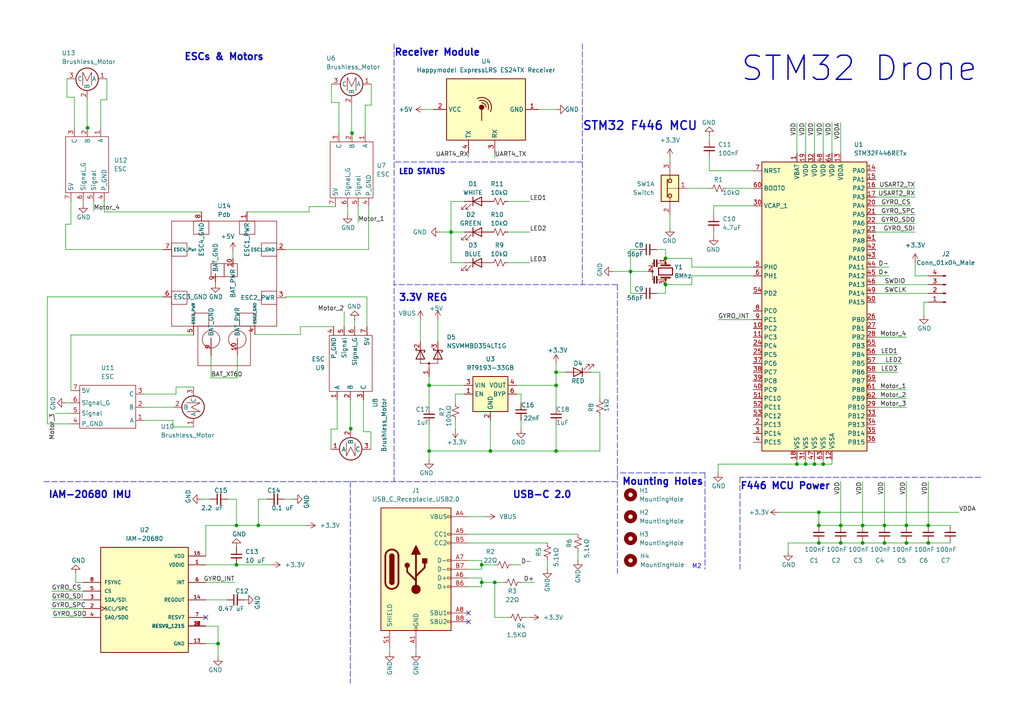
<source format=kicad_sch>
(kicad_sch (version 20211123) (generator eeschema)
  (paper "A4")
  (lib_symbols
    (symbol "Analog_Switch:DG309xJ" (pin_names (offset 0.254))
      (property "Reference" "U" (at -3.175 5.334 0))
      (property "Value" "DG309xJ" (at -3.175 3.556 0))
      (symbol "DG309xJ_1_1"
        (pin input line (at 0 -5.08 90) (length 2.54) (name "~") (number "1"))
        (pin passive line (at -7.62 0 0) (length 2.54) (name "~") (number "2"))
        (pin passive line (at 7.62 0 180) (length 2.54) (name "~") (number "3"))
      )
      (symbol "DG309xJ_2_1"
        (pin passive line (at -7.62 0 0) (length 2.54) (name "~") (number "6"))
        (pin passive line (at 7.62 0 180) (length 2.54) (name "~") (number "7"))
        (pin input line (at 0 -5.08 90) (length 2.54) (name "~") (number "8"))
      )
      (symbol "DG309xJ_3_1"
        (pin passive line (at -7.62 0 0) (length 2.54) (name "~") (number "10"))
        (pin passive line (at 7.62 0 180) (length 2.54) (name "~") (number "11"))
        (pin input line (at 0 -5.08 90) (length 2.54) (name "~") (number "9"))
      )
      (symbol "DG309xJ_4_1"
        (pin passive line (at 7.62 0 180) (length 2.54) (name "~") (number "14"))
        (pin passive line (at -7.62 0 0) (length 2.54) (name "~") (number "15"))
        (pin input line (at 0 -5.08 90) (length 2.54) (name "~") (number "16"))
      )
      (symbol "DG309xJ_5_0"
        (pin no_connect line (at 2.54 10.16 270) (length 2.54) hide (name "NC") (number "12"))
        (pin power_in line (at 0 12.7 270) (length 2.54) (name "V+") (number "13"))
        (pin power_in line (at 2.54 -12.7 90) (length 2.54) (name "V-") (number "4"))
        (pin power_in line (at 0 -12.7 90) (length 2.54) (name "GND") (number "5"))
      )
    )
    (symbol "Connector:Conn_01x04_Male" (pin_names (offset 1.016) hide)
      (property "Reference" "J" (at 0 5.08 0))
      (property "Value" "Conn_01x04_Male" (at 0 -7.62 0))
      (symbol "Conn_01x04_Male_1_1"
        (pin passive line (at 5.08 2.54 180) (length 3.81) (name "Pin_1") (number "1"))
        (pin passive line (at 5.08 0 180) (length 3.81) (name "Pin_2") (number "2"))
        (pin passive line (at 5.08 -2.54 180) (length 3.81) (name "Pin_3") (number "3"))
        (pin passive line (at 5.08 -5.08 180) (length 3.81) (name "Pin_4") (number "4"))
      )
    )
    (symbol "Connector:USB_C_Receptacle_USB2.0" (pin_names (offset 1.016))
      (property "Reference" "J" (at -10.16 19.05 0))
      (property "Value" "USB_C_Receptacle_USB2.0" (at 19.05 19.05 0))
      (symbol "USB_C_Receptacle_USB2.0_1_1"
        (pin passive line (at 0 -22.86 90) (length 5.08) (name "GND") (number "A1"))
        (pin passive line (at 0 -22.86 90) (length 5.08) hide (name "GND") (number "A12"))
        (pin passive line (at 15.24 15.24 180) (length 5.08) (name "VBUS") (number "A4"))
        (pin bidirectional line (at 15.24 10.16 180) (length 5.08) (name "CC1") (number "A5"))
        (pin bidirectional line (at 15.24 -2.54 180) (length 5.08) (name "D+") (number "A6"))
        (pin bidirectional line (at 15.24 2.54 180) (length 5.08) (name "D-") (number "A7"))
        (pin bidirectional line (at 15.24 -12.7 180) (length 5.08) (name "SBU1") (number "A8"))
        (pin passive line (at 15.24 15.24 180) (length 5.08) hide (name "VBUS") (number "A9"))
        (pin passive line (at 0 -22.86 90) (length 5.08) hide (name "GND") (number "B1"))
        (pin passive line (at 0 -22.86 90) (length 5.08) hide (name "GND") (number "B12"))
        (pin passive line (at 15.24 15.24 180) (length 5.08) hide (name "VBUS") (number "B4"))
        (pin bidirectional line (at 15.24 7.62 180) (length 5.08) (name "CC2") (number "B5"))
        (pin bidirectional line (at 15.24 -5.08 180) (length 5.08) (name "D+") (number "B6"))
        (pin bidirectional line (at 15.24 0 180) (length 5.08) (name "D-") (number "B7"))
        (pin bidirectional line (at 15.24 -15.24 180) (length 5.08) (name "SBU2") (number "B8"))
        (pin passive line (at 15.24 15.24 180) (length 5.08) hide (name "VBUS") (number "B9"))
        (pin passive line (at -7.62 -22.86 90) (length 5.08) (name "SHIELD") (number "S1"))
      )
    )
    (symbol "Device:C_Small" (pin_numbers hide) (pin_names (offset 0.254) hide)
      (property "Reference" "C" (at 0.254 1.778 0))
      (property "Value" "C_Small" (at 0.254 -2.032 0))
      (symbol "C_Small_1_1"
        (pin passive line (at 0 2.54 270) (length 2.032) (name "~") (number "1"))
        (pin passive line (at 0 -2.54 90) (length 2.032) (name "~") (number "2"))
      )
    )
    (symbol "Device:D_Schottky_Dual_CommonAnode_AKK_Parallel" (pin_names (offset 0.762) hide)
      (property "Reference" "D" (at 0 5.08 0))
      (property "Value" "D_Schottky_Dual_CommonAnode_AKK_Parallel" (at 0 -5.08 0))
      (symbol "D_Schottky_Dual_CommonAnode_AKK_Parallel_0_1"
        (pin passive line (at -5.08 0 0) (length 2.54) (name "A") (number "1"))
        (pin passive line (at 5.08 2.54 180) (length 2.54) (name "K") (number "2"))
        (pin passive line (at 5.08 -2.54 180) (length 2.54) (name "K") (number "3"))
      )
    )
    (symbol "Device:LED" (pin_numbers hide) (pin_names (offset 1.016) hide)
      (property "Reference" "D" (at 0 2.54 0))
      (property "Value" "LED" (at 0 -2.54 0))
      (symbol "LED_1_1"
        (pin passive line (at -3.81 0 0) (length 2.54) (name "K") (number "1"))
        (pin passive line (at 3.81 0 180) (length 2.54) (name "A") (number "2"))
      )
    )
    (symbol "Device:R_Small_US" (pin_numbers hide) (pin_names (offset 0.254) hide)
      (property "Reference" "R" (at 0.762 0.508 0))
      (property "Value" "R_Small_US" (at 0.762 -1.016 0))
      (symbol "R_Small_US_1_1"
        (pin passive line (at 0 2.54 270) (length 1.016) (name "~") (number "1"))
        (pin passive line (at 0 -2.54 90) (length 1.016) (name "~") (number "2"))
      )
    )
    (symbol "Device:Resonator" (pin_names (offset 1.016) hide)
      (property "Reference" "Y" (at 0 5.715 0))
      (property "Value" "Resonator" (at 0 3.81 0))
      (symbol "Resonator_1_1"
        (pin passive line (at -3.81 0 0) (length 1.27) (name "1") (number "1"))
        (pin passive line (at 0 -5.08 90) (length 1.27) (name "2") (number "2"))
        (pin passive line (at 3.81 0 180) (length 1.27) (name "3") (number "3"))
      )
    )
    (symbol "IAM-20680 V2:IAM-20680" (pin_names (offset 1.016))
      (property "Reference" "U" (at -12.7254 15.9258 0))
      (property "Value" "IAM-20680" (at -12.7508 -17.8308 0))
      (symbol "IAM-20680_0_0"
        (pin power_in line (at 17.78 10.16 180) (length 5.08) (name "VDDIO") (number "1"))
        (pin passive line (at 17.78 -7.62 180) (length 5.08) (name "RESV9_1215") (number "10"))
        (pin passive line (at 17.78 -7.62 180) (length 5.08) (name "RESV9_1215") (number "11"))
        (pin passive line (at 17.78 -7.62 180) (length 5.08) (name "RESV9_1215") (number "12"))
        (pin power_in line (at 17.78 -12.7 180) (length 5.08) (name "GND") (number "13"))
        (pin passive line (at 17.78 0 180) (length 5.08) (name "REGOUT") (number "14"))
        (pin passive line (at 17.78 -7.62 180) (length 5.08) (name "RESV9_1215") (number "15"))
        (pin power_in line (at 17.78 12.7 180) (length 5.08) (name "VDD") (number "16"))
        (pin bidirectional clock (at -17.78 -2.54 0) (length 5.08) (name "SCL/SPC") (number "2"))
        (pin input line (at -17.78 0 0) (length 5.08) (name "SDA/SDI") (number "3"))
        (pin output line (at -17.78 -5.08 0) (length 5.08) (name "SA0/SDO") (number "4"))
        (pin input line (at -17.78 2.54 0) (length 5.08) (name "CS") (number "5"))
        (pin output line (at 17.78 5.08 180) (length 5.08) (name "INT") (number "6"))
        (pin passive line (at 17.78 -5.08 180) (length 5.08) (name "RESV7") (number "7"))
        (pin input line (at -17.78 5.08 0) (length 5.08) (name "FSYNC") (number "8"))
        (pin passive line (at 17.78 -7.62 180) (length 5.08) (name "RESV9_1215") (number "9"))
      )
    )
    (symbol "MCU_ST_STM32F4:STM32F446RETx"
      (property "Reference" "U" (at -15.24 41.91 0))
      (property "Value" "STM32F446RETx" (at 10.16 41.91 0))
      (symbol "STM32F446RETx_1_1"
        (pin power_in line (at -5.08 43.18 270) (length 2.54) (name "VBAT") (number "1"))
        (pin bidirectional line (at -17.78 -7.62 0) (length 2.54) (name "PC2") (number "10"))
        (pin bidirectional line (at -17.78 -10.16 0) (length 2.54) (name "PC3") (number "11"))
        (pin power_in line (at 5.08 -45.72 90) (length 2.54) (name "VSSA") (number "12"))
        (pin power_in line (at 7.62 43.18 270) (length 2.54) (name "VDDA") (number "13"))
        (pin bidirectional line (at 17.78 38.1 180) (length 2.54) (name "PA0") (number "14"))
        (pin bidirectional line (at 17.78 35.56 180) (length 2.54) (name "PA1") (number "15"))
        (pin bidirectional line (at 17.78 33.02 180) (length 2.54) (name "PA2") (number "16"))
        (pin bidirectional line (at 17.78 30.48 180) (length 2.54) (name "PA3") (number "17"))
        (pin power_in line (at -5.08 -45.72 90) (length 2.54) (name "VSS") (number "18"))
        (pin power_in line (at -2.54 43.18 270) (length 2.54) (name "VDD") (number "19"))
        (pin bidirectional line (at -17.78 -35.56 0) (length 2.54) (name "PC13") (number "2"))
        (pin bidirectional line (at 17.78 27.94 180) (length 2.54) (name "PA4") (number "20"))
        (pin bidirectional line (at 17.78 25.4 180) (length 2.54) (name "PA5") (number "21"))
        (pin bidirectional line (at 17.78 22.86 180) (length 2.54) (name "PA6") (number "22"))
        (pin bidirectional line (at 17.78 20.32 180) (length 2.54) (name "PA7") (number "23"))
        (pin bidirectional line (at -17.78 -12.7 0) (length 2.54) (name "PC4") (number "24"))
        (pin bidirectional line (at -17.78 -15.24 0) (length 2.54) (name "PC5") (number "25"))
        (pin bidirectional line (at 17.78 -5.08 180) (length 2.54) (name "PB0") (number "26"))
        (pin bidirectional line (at 17.78 -7.62 180) (length 2.54) (name "PB1") (number "27"))
        (pin bidirectional line (at 17.78 -10.16 180) (length 2.54) (name "PB2") (number "28"))
        (pin bidirectional line (at 17.78 -30.48 180) (length 2.54) (name "PB10") (number "29"))
        (pin bidirectional line (at -17.78 -38.1 0) (length 2.54) (name "PC14") (number "3"))
        (pin power_in line (at -17.78 27.94 0) (length 2.54) (name "VCAP_1") (number "30"))
        (pin power_in line (at -2.54 -45.72 90) (length 2.54) (name "VSS") (number "31"))
        (pin power_in line (at 0 43.18 270) (length 2.54) (name "VDD") (number "32"))
        (pin bidirectional line (at 17.78 -33.02 180) (length 2.54) (name "PB12") (number "33"))
        (pin bidirectional line (at 17.78 -35.56 180) (length 2.54) (name "PB13") (number "34"))
        (pin bidirectional line (at 17.78 -38.1 180) (length 2.54) (name "PB14") (number "35"))
        (pin bidirectional line (at 17.78 -40.64 180) (length 2.54) (name "PB15") (number "36"))
        (pin bidirectional line (at -17.78 -17.78 0) (length 2.54) (name "PC6") (number "37"))
        (pin bidirectional line (at -17.78 -20.32 0) (length 2.54) (name "PC7") (number "38"))
        (pin bidirectional line (at -17.78 -22.86 0) (length 2.54) (name "PC8") (number "39"))
        (pin bidirectional line (at -17.78 -40.64 0) (length 2.54) (name "PC15") (number "4"))
        (pin bidirectional line (at -17.78 -25.4 0) (length 2.54) (name "PC9") (number "40"))
        (pin bidirectional line (at 17.78 17.78 180) (length 2.54) (name "PA8") (number "41"))
        (pin bidirectional line (at 17.78 15.24 180) (length 2.54) (name "PA9") (number "42"))
        (pin bidirectional line (at 17.78 12.7 180) (length 2.54) (name "PA10") (number "43"))
        (pin bidirectional line (at 17.78 10.16 180) (length 2.54) (name "PA11") (number "44"))
        (pin bidirectional line (at 17.78 7.62 180) (length 2.54) (name "PA12") (number "45"))
        (pin bidirectional line (at 17.78 5.08 180) (length 2.54) (name "PA13") (number "46"))
        (pin power_in line (at 0 -45.72 90) (length 2.54) (name "VSS") (number "47"))
        (pin power_in line (at 2.54 43.18 270) (length 2.54) (name "VDD") (number "48"))
        (pin bidirectional line (at 17.78 2.54 180) (length 2.54) (name "PA14") (number "49"))
        (pin input line (at -17.78 10.16 0) (length 2.54) (name "PH0") (number "5"))
        (pin bidirectional line (at 17.78 0 180) (length 2.54) (name "PA15") (number "50"))
        (pin bidirectional line (at -17.78 -27.94 0) (length 2.54) (name "PC10") (number "51"))
        (pin bidirectional line (at -17.78 -30.48 0) (length 2.54) (name "PC11") (number "52"))
        (pin bidirectional line (at -17.78 -33.02 0) (length 2.54) (name "PC12") (number "53"))
        (pin bidirectional line (at -17.78 2.54 0) (length 2.54) (name "PD2") (number "54"))
        (pin bidirectional line (at 17.78 -12.7 180) (length 2.54) (name "PB3") (number "55"))
        (pin bidirectional line (at 17.78 -15.24 180) (length 2.54) (name "PB4") (number "56"))
        (pin bidirectional line (at 17.78 -17.78 180) (length 2.54) (name "PB5") (number "57"))
        (pin bidirectional line (at 17.78 -20.32 180) (length 2.54) (name "PB6") (number "58"))
        (pin bidirectional line (at 17.78 -22.86 180) (length 2.54) (name "PB7") (number "59"))
        (pin input line (at -17.78 7.62 0) (length 2.54) (name "PH1") (number "6"))
        (pin input line (at -17.78 33.02 0) (length 2.54) (name "BOOT0") (number "60"))
        (pin bidirectional line (at 17.78 -25.4 180) (length 2.54) (name "PB8") (number "61"))
        (pin bidirectional line (at 17.78 -27.94 180) (length 2.54) (name "PB9") (number "62"))
        (pin power_in line (at 2.54 -45.72 90) (length 2.54) (name "VSS") (number "63"))
        (pin power_in line (at 5.08 43.18 270) (length 2.54) (name "VDD") (number "64"))
        (pin input line (at -17.78 38.1 0) (length 2.54) (name "NRST") (number "7"))
        (pin bidirectional line (at -17.78 -2.54 0) (length 2.54) (name "PC0") (number "8"))
        (pin bidirectional line (at -17.78 -5.08 0) (length 2.54) (name "PC1") (number "9"))
      )
    )
    (symbol "Mechanical:MountingHole" (pin_names (offset 1.016))
      (property "Reference" "H" (at 0 5.08 0))
      (property "Value" "MountingHole" (at 0 3.175 0))
    )
    (symbol "Motor:Brushless_Motor"
      (property "Reference" "U" (at 0 1.27 0))
      (property "Value" "Brushless_Motor" (at 0 0 0))
      (symbol "Brushless_Motor_1_1"
        (pin output line (at 5.715 -4.445 180) (length 2.54) (name "A") (number "1"))
        (pin output line (at 0 -10.414 90) (length 2.54) (name "B") (number "2"))
        (pin output line (at -5.842 -4.445 0) (length 2.54) (name "C") (number "3"))
      )
    )
    (symbol "Motor:ESC"
      (property "Reference" "U" (at 0 1.524 0))
      (property "Value" "ESC" (at 0 0 0))
      (symbol "ESC_1_1"
        (pin input line (at -10.16 -3.556 0) (length 2.54) (name "A") (number "1"))
        (pin input line (at -10.16 -7.366 0) (length 2.54) (name "B") (number "2"))
        (pin input line (at -10.16 -11.176 0) (length 2.54) (name "C") (number "3"))
        (pin output line (at 11.176 -2.54 180) (length 2.54) (name "P_GND") (number "4"))
        (pin output line (at 11.176 -5.588 180) (length 2.54) (name "Signal") (number "5"))
        (pin output line (at 11.176 -8.636 180) (length 2.54) (name "Signal_G") (number "6"))
        (pin output line (at 11.176 -12.192 180) (length 2.54) (name "5V") (number "7"))
      )
    )
    (symbol "Motor:Pdb"
      (property "Reference" "U" (at 0 1.778 0))
      (property "Value" "Pdb" (at 0 0 0))
      (symbol "Pdb_1_1"
        (pin input line (at 6.604 0.762 270) (length 2.54) (name "ESC1_PWR") (number "1"))
        (pin input line (at 2.54 -12.7 270) (length 2.54) (name "BAT_PWR") (number "10"))
        (pin input line (at 3.81 -40.894 90) (length 5.08) (name "BAT_PWR") (number "10"))
        (pin input line (at 17.78 -10.16 180) (length 2.54) (name "ESC1_GND") (number "2"))
        (pin input line (at 17.78 -24.13 180) (length 2.54) (name "ESC2_PWR") (number "3"))
        (pin input line (at 8.89 -34.798 90) (length 2.54) (name "ESC2_GND") (number "4"))
        (pin input line (at -8.89 -34.925 90) (length 2.54) (name "ESC3_PWR") (number "5"))
        (pin input line (at -17.78 -23.876 0) (length 2.54) (name "ESC3_GND") (number "6"))
        (pin input line (at -17.78 -10.16 0) (length 2.54) (name "ESC4_Pwr") (number "7"))
        (pin input line (at -6.604 0.762 270) (length 2.54) (name "ESC4_GND") (number "8"))
        (pin input line (at -3.81 -40.894 90) (length 5.08) (name "BAT_GND") (number "9"))
        (pin input line (at -2.54 -19.685 90) (length 2.54) (name "BAT_GND") (number "9"))
      )
    )
    (symbol "RF:Receiver"
      (property "Reference" "U" (at 0 1.27 0))
      (property "Value" "Receiver" (at 0 0 0))
      (symbol "Receiver_1_1"
        (pin power_in line (at 0 -31.75 90) (length 3.81) (name "GND") (number "1"))
        (pin power_in line (at 0 -1.27 270) (length 3.81) (name "VCC") (number "2"))
        (pin input line (at -12.7 -19.05 0) (length 3.81) (name "RX") (number "3"))
        (pin input line (at -12.7 -11.43 0) (length 3.81) (name "TX") (number "4"))
      )
    )
    (symbol "Regulator_Linear:MIC5353-3.3YMT"
      (property "Reference" "U" (at -3.81 6.35 0))
      (property "Value" "MIC5353-3.3YMT" (at 8.89 6.35 0))
      (symbol "MIC5353-3.3YMT_0_1"
        (pin input line (at -7.62 0 0) (length 2.54) (name "EN") (number "1"))
        (pin power_in line (at 0 -7.62 90) (length 2.54) (name "GND") (number "2"))
        (pin power_in line (at -7.62 2.54 0) (length 2.54) (name "VIN") (number "3"))
        (pin power_out line (at 7.62 2.54 180) (length 2.54) (name "VOUT") (number "4"))
        (pin no_connect line (at 5.08 -2.54 180) (length 2.54) hide (name "NC") (number "5"))
        (pin passive line (at 7.62 0 180) (length 2.54) (name "BYP") (number "6"))
        (pin passive line (at 0 -7.62 90) (length 2.54) hide (name "GND") (number "7"))
      )
    )
    (symbol "power:+3.3V" (power) (pin_names (offset 0))
      (property "Value" "+3.3V" (at 0 3.556 0))
      (symbol "+3.3V_1_1"
        (pin power_in line (at 0 0 90) (length 0) hide (name "+3.3V") (number "1"))
      )
    )
    (symbol "power:+5V" (power) (pin_names (offset 0))
      (property "Value" "+5V" (at 0 3.556 0))
      (symbol "+5V_1_1"
        (pin power_in line (at 0 0 90) (length 0) hide (name "+5V") (number "1"))
      )
    )
    (symbol "power:GND" (power) (pin_names (offset 0))
      (property "Value" "GND" (at 0 -3.81 0))
      (symbol "GND_1_1"
        (pin power_in line (at 0 0 270) (length 0) hide (name "GND") (number "1"))
      )
    )
    (symbol "power:VBUS" (power) (pin_names (offset 0))
      (property "Value" "VBUS" (at 0 3.81 0))
      (symbol "VBUS_1_1"
        (pin power_in line (at 0 0 90) (length 0) hide (name "VBUS") (number "1"))
      )
    )
  )
  (junction (at 262.89 152.4))
  (junction (at 68.58 152.4))
  (junction (at 25.4 37.084))
  (junction (at 256.54 157.48))
  (junction (at 236.22 134.62))
  (junction (at 256.54 152.4))
  (junction (at 237.49 157.48))
  (junction (at 124.46 111.76))
  (junction (at 243.84 152.4))
  (junction (at 238.76 134.62))
  (junction (at 231.14 134.62))
  (junction (at 142.24 130.81))
  (junction (at 139.7 163.83))
  (junction (at 250.19 152.4))
  (junction (at 139.7 168.91))
  (junction (at 193.04 82.55))
  (junction (at 161.29 130.81))
  (junction (at 101.727 124.333))
  (junction (at 182.88 78.74))
  (junction (at 143.51 168.91))
  (junction (at 243.84 157.48))
  (junction (at 250.19 157.48))
  (junction (at 161.29 107.95))
  (junction (at 262.89 157.48))
  (junction (at 233.68 134.62))
  (junction (at 237.49 148.59))
  (junction (at 193.04 74.93))
  (junction (at 161.29 111.76))
  (junction (at 102.108 38.608))
  (junction (at 124.46 130.81))
  (junction (at 63.246 186.69))
  (junction (at 237.49 152.4))
  (junction (at 68.58 163.83))
  (junction (at 269.24 157.48))
  (junction (at 269.24 152.4))
  (junction (at 130.81 67.31))
  (junction (at 74.93 152.4))
  (no_connect (at 59.69 179.07))
  (no_connect (at 135.89 177.8))
  (no_connect (at 135.89 180.34))
  (wire (pts (xy 19.05 72.39) (xy 47.244 72.39)))
  (wire (pts (xy 127.635 67.31) (xy 130.81 67.31)))
  (wire (pts (xy 265.43 64.77) (xy 254 64.77)))
  (wire (pts (xy 14.986 171.45) (xy 24.13 171.45)))
  (wire (pts (xy 41.91 114.3) (xy 51.054 114.3)))
  (wire (pts (xy 185.42 72.39) (xy 182.88 72.39)))
  (wire (pts (xy 50.165 118.11) (xy 41.91 118.11)))
  (wire (pts (xy 200.66 80.01) (xy 218.44 80.01)))
  (wire (pts (xy 89.662 59.944) (xy 97.282 59.944)))
  (wire (pts (xy 208.28 134.62) (xy 231.14 134.62)))
  (wire (pts (xy 182.88 85.09) (xy 182.88 78.74)))
  (wire (pts (xy 237.49 157.48) (xy 228.6 157.48)))
  (wire (pts (xy 243.84 139.7) (xy 243.84 152.4)))
  (wire (pts (xy 68.072 168.91) (xy 59.69 168.91)))
  (wire (pts (xy 250.19 152.4) (xy 256.54 152.4)))
  (wire (pts (xy 269.24 152.4) (xy 275.59 152.4)))
  (wire (pts (xy 241.3 134.62) (xy 241.3 133.35)))
  (wire (pts (xy 77.47 144.78) (xy 74.93 144.78)))
  (wire (pts (xy 89.662 61.468) (xy 71.628 61.468)))
  (wire (pts (xy 59.69 161.29) (xy 59.69 152.4)))
  (wire (pts (xy 177.8 78.74) (xy 182.88 78.74)))
  (wire (pts (xy 51.054 114.3) (xy 51.054 112.268)))
  (wire (pts (xy 82.804 86.36) (xy 82.804 86.106)))
  (wire (pts (xy 142.24 121.92) (xy 142.24 130.81)))
  (wire (pts (xy 30.988 28.956) (xy 30.988 22.86)))
  (wire (pts (xy 200.66 77.47) (xy 218.44 77.47)))
  (wire (pts (xy 265.43 67.31) (xy 254 67.31)))
  (wire (pts (xy 68.58 152.4) (xy 74.93 152.4)))
  (wire (pts (xy 68.834 103.124) (xy 68.834 109.601)))
  (wire (pts (xy 233.68 134.62) (xy 233.68 133.35)))
  (wire (pts (xy 66.04 144.78) (xy 68.58 144.78)))
  (wire (pts (xy 21.59 28.194) (xy 19.431 28.194)))
  (wire (pts (xy 182.88 78.74) (xy 187.96 78.74)))
  (wire (pts (xy 59.69 181.61) (xy 63.246 181.61)))
  (wire (pts (xy 193.04 82.55) (xy 193.04 85.09)))
  (wire (pts (xy 107.696 30.48) (xy 107.696 24.384)))
  (wire (pts (xy 161.29 123.19) (xy 161.29 130.81)))
  (polyline (pts (xy 101.6 139.7) (xy 101.6 198.12)))
  (wire (pts (xy 267.97 87.63) (xy 267.97 91.44)))
  (wire (pts (xy 15.24 179.07) (xy 24.13 179.07)))
  (wire (pts (xy 13.716 86.106) (xy 47.244 86.106)))
  (wire (pts (xy 254 82.55) (xy 269.24 82.55)))
  (wire (pts (xy 134.62 76.2) (xy 130.81 76.2)))
  (wire (pts (xy 199.39 54.61) (xy 205.74 54.61)))
  (wire (pts (xy 193.04 74.93) (xy 193.04 72.39)))
  (polyline (pts (xy 179.07 82.55) (xy 179.07 166.37)))
  (wire (pts (xy 124.46 109.22) (xy 124.46 111.76)))
  (wire (pts (xy 147.32 76.2) (xy 153.67 76.2)))
  (wire (pts (xy 151.13 121.92) (xy 151.13 124.46)))
  (wire (pts (xy 200.66 74.93) (xy 200.66 77.47)))
  (wire (pts (xy 243.84 35.56) (xy 243.84 44.45)))
  (wire (pts (xy 67.564 72.898) (xy 67.564 74.93)))
  (wire (pts (xy 130.81 58.42) (xy 130.81 67.31)))
  (wire (pts (xy 265.43 62.23) (xy 254 62.23)))
  (wire (pts (xy 158.75 165.1) (xy 158.75 162.56)))
  (wire (pts (xy 231.14 134.62) (xy 231.14 133.35)))
  (wire (pts (xy 205.74 49.53) (xy 205.74 45.72)))
  (wire (pts (xy 106.934 59.944) (xy 106.934 72.39)))
  (wire (pts (xy 14.986 176.53) (xy 24.13 176.53)))
  (wire (pts (xy 73.914 97.028) (xy 87.122 97.028)))
  (wire (pts (xy 124.46 111.76) (xy 124.46 118.11)))
  (wire (pts (xy 106.426 94.742) (xy 106.426 86.106)))
  (wire (pts (xy 257.81 80.01) (xy 254 80.01)))
  (wire (pts (xy 269.24 157.48) (xy 275.59 157.48)))
  (wire (pts (xy 124.46 111.76) (xy 134.62 111.76)))
  (wire (pts (xy 161.29 105.41) (xy 161.29 107.95)))
  (wire (pts (xy 20.574 116.84) (xy 19.177 116.84)))
  (wire (pts (xy 193.04 72.39) (xy 190.5 72.39)))
  (wire (pts (xy 151.13 163.83) (xy 148.59 163.83)))
  (wire (pts (xy 207.01 67.31) (xy 207.01 68.58)))
  (wire (pts (xy 20.574 97.155) (xy 20.574 113.284)))
  (wire (pts (xy 254 105.41) (xy 261.62 105.41)))
  (wire (pts (xy 238.76 134.62) (xy 236.22 134.62)))
  (wire (pts (xy 19.05 65.024) (xy 19.05 72.39)))
  (wire (pts (xy 205.74 40.64) (xy 205.74 39.37)))
  (polyline (pts (xy 114.3 12.7) (xy 114.3 139.7)))
  (wire (pts (xy 250.19 139.7) (xy 250.19 152.4)))
  (wire (pts (xy 269.24 139.7) (xy 269.24 152.4)))
  (wire (pts (xy 147.32 67.31) (xy 153.67 67.31)))
  (wire (pts (xy 149.86 111.76) (xy 161.29 111.76)))
  (wire (pts (xy 161.29 111.76) (xy 161.29 118.11)))
  (wire (pts (xy 127 92.71) (xy 127 99.06)))
  (wire (pts (xy 96.139 24.384) (xy 96.139 29.718)))
  (wire (pts (xy 139.7 162.56) (xy 135.89 162.56)))
  (wire (pts (xy 63.246 181.61) (xy 63.246 186.69)))
  (wire (pts (xy 51.054 112.268) (xy 56.134 112.268)))
  (wire (pts (xy 58.42 144.78) (xy 60.96 144.78)))
  (wire (pts (xy 241.3 134.62) (xy 238.76 134.62)))
  (wire (pts (xy 139.7 165.1) (xy 139.7 163.83)))
  (wire (pts (xy 161.29 107.95) (xy 161.29 111.76)))
  (wire (pts (xy 265.43 80.01) (xy 269.24 80.01)))
  (wire (pts (xy 63.246 186.69) (xy 59.69 186.69)))
  (wire (pts (xy 29.21 28.956) (xy 30.988 28.956)))
  (wire (pts (xy 236.22 134.62) (xy 236.22 133.35)))
  (wire (pts (xy 231.14 35.56) (xy 231.14 44.45)))
  (wire (pts (xy 13.716 122.936) (xy 20.574 122.936)))
  (wire (pts (xy 262.89 157.48) (xy 269.24 157.48)))
  (wire (pts (xy 101.981 30.353) (xy 101.981 38.608)))
  (wire (pts (xy 151.13 168.91) (xy 154.94 168.91)))
  (wire (pts (xy 237.49 148.59) (xy 278.13 148.59)))
  (wire (pts (xy 132.08 121.92) (xy 132.08 124.46)))
  (wire (pts (xy 135.89 157.48) (xy 158.75 157.48)))
  (wire (pts (xy 113.03 187.96) (xy 113.03 189.23)))
  (wire (pts (xy 29.21 28.956) (xy 29.21 37.084)))
  (polyline (pts (xy 214.63 138.43) (xy 214.63 165.1)))
  (wire (pts (xy 134.62 58.42) (xy 130.81 58.42)))
  (wire (pts (xy 50.165 121.92) (xy 50.165 123.825)))
  (wire (pts (xy 237.49 148.59) (xy 237.49 152.4)))
  (wire (pts (xy 149.86 114.3) (xy 151.13 114.3)))
  (wire (pts (xy 20.574 58.42) (xy 20.574 65.024)))
  (wire (pts (xy 257.81 77.47) (xy 254 77.47)))
  (wire (pts (xy 103.886 59.944) (xy 103.886 64.516)))
  (wire (pts (xy 151.13 114.3) (xy 151.13 116.84)))
  (polyline (pts (xy 179.07 82.55) (xy 114.3 82.55)))
  (wire (pts (xy 124.46 123.19) (xy 124.46 130.81)))
  (wire (pts (xy 210.82 54.61) (xy 218.44 54.61)))
  (wire (pts (xy 193.04 85.09) (xy 190.5 85.09)))
  (wire (pts (xy 125.73 31.75) (xy 123.19 31.75)))
  (wire (pts (xy 153.67 179.07) (xy 152.4 179.07)))
  (wire (pts (xy 63.246 186.69) (xy 63.246 190.5)))
  (wire (pts (xy 146.05 168.91) (xy 143.51 168.91)))
  (wire (pts (xy 61.214 103.124) (xy 61.214 109.601)))
  (wire (pts (xy 105.41 125.222) (xy 107.569 125.222)))
  (wire (pts (xy 185.42 85.09) (xy 182.88 85.09)))
  (wire (pts (xy 233.68 35.56) (xy 233.68 44.45)))
  (wire (pts (xy 143.51 45.72) (xy 143.51 44.45)))
  (wire (pts (xy 236.22 35.56) (xy 236.22 44.45)))
  (wire (pts (xy 262.89 139.7) (xy 262.89 152.4)))
  (wire (pts (xy 68.58 163.83) (xy 78.74 163.83)))
  (wire (pts (xy 238.76 134.62) (xy 238.76 133.35)))
  (wire (pts (xy 139.7 163.83) (xy 143.51 163.83)))
  (wire (pts (xy 173.99 120.65) (xy 173.99 130.81)))
  (wire (pts (xy 105.918 30.48) (xy 105.918 38.608)))
  (wire (pts (xy 20.574 65.024) (xy 19.05 65.024)))
  (wire (pts (xy 82.804 72.39) (xy 106.934 72.39)))
  (wire (pts (xy 194.31 62.23) (xy 194.31 66.04)))
  (wire (pts (xy 173.99 107.95) (xy 173.99 115.57)))
  (wire (pts (xy 236.22 134.62) (xy 233.68 134.62)))
  (wire (pts (xy 85.09 144.78) (xy 82.55 144.78)))
  (wire (pts (xy 89.662 59.944) (xy 89.662 61.468)))
  (wire (pts (xy 135.89 170.18) (xy 139.7 170.18)))
  (wire (pts (xy 21.59 37.084) (xy 21.59 28.194)))
  (wire (pts (xy 254 118.11) (xy 262.89 118.11)))
  (wire (pts (xy 24.13 58.42) (xy 24.13 59.182)))
  (wire (pts (xy 143.51 168.91) (xy 143.51 179.07)))
  (wire (pts (xy 82.804 86.106) (xy 106.426 86.106)))
  (wire (pts (xy 182.88 72.39) (xy 182.88 78.74)))
  (wire (pts (xy 97.79 124.46) (xy 96.012 124.46)))
  (polyline (pts (xy 12.7 139.7) (xy 179.07 139.7)))
  (wire (pts (xy 143.51 179.07) (xy 147.32 179.07)))
  (wire (pts (xy 59.69 173.99) (xy 65.786 173.99)))
  (wire (pts (xy 269.24 87.63) (xy 267.97 87.63)))
  (wire (pts (xy 68.58 144.78) (xy 68.58 152.4)))
  (wire (pts (xy 56.134 97.155) (xy 20.574 97.155)))
  (wire (pts (xy 226.06 148.59) (xy 237.49 148.59)))
  (wire (pts (xy 135.89 165.1) (xy 139.7 165.1)))
  (wire (pts (xy 120.65 187.96) (xy 120.65 189.23)))
  (wire (pts (xy 254 97.79) (xy 262.89 97.79)))
  (polyline (pts (xy 204.47 137.16) (xy 179.07 137.16)))
  (wire (pts (xy 193.04 74.93) (xy 200.66 74.93)))
  (wire (pts (xy 161.29 130.81) (xy 142.24 130.81)))
  (wire (pts (xy 50.165 123.825) (xy 56.134 123.825)))
  (wire (pts (xy 20.574 119.888) (xy 16.129 119.888)))
  (wire (pts (xy 241.3 35.56) (xy 241.3 44.45)))
  (wire (pts (xy 59.69 163.83) (xy 68.58 163.83)))
  (wire (pts (xy 156.21 31.75) (xy 161.29 31.75)))
  (polyline (pts (xy 284.48 138.43) (xy 214.63 138.43)))
  (wire (pts (xy 25.4 37.084) (xy 25.273 37.084)))
  (wire (pts (xy 30.226 58.42) (xy 30.226 61.468)))
  (wire (pts (xy 260.35 107.95) (xy 254 107.95)))
  (wire (pts (xy 61.214 109.601) (xy 68.834 109.601)))
  (wire (pts (xy 100.838 59.944) (xy 100.838 62.23)))
  (wire (pts (xy 228.6 157.48) (xy 228.6 160.02)))
  (polyline (pts (xy 204.47 137.16) (xy 204.47 165.1)))
  (wire (pts (xy 256.54 152.4) (xy 262.89 152.4)))
  (wire (pts (xy 193.04 82.55) (xy 200.66 82.55)))
  (wire (pts (xy 254 115.57) (xy 262.89 115.57)))
  (wire (pts (xy 256.54 157.48) (xy 262.89 157.48)))
  (wire (pts (xy 218.44 49.53) (xy 205.74 49.53)))
  (wire (pts (xy 87.122 94.742) (xy 87.122 97.028)))
  (wire (pts (xy 233.68 134.62) (xy 231.14 134.62)))
  (wire (pts (xy 139.7 163.83) (xy 139.7 162.56)))
  (wire (pts (xy 260.35 102.87) (xy 254 102.87)))
  (wire (pts (xy 238.76 35.56) (xy 238.76 44.45)))
  (wire (pts (xy 105.918 30.48) (xy 107.696 30.48)))
  (wire (pts (xy 99.822 94.742) (xy 99.822 90.424)))
  (wire (pts (xy 101.6 124.333) (xy 101.6 116.078)))
  (wire (pts (xy 139.7 167.64) (xy 135.89 167.64)))
  (wire (pts (xy 194.31 46.99) (xy 194.31 45.72)))
  (wire (pts (xy 254 85.09) (xy 269.24 85.09)))
  (wire (pts (xy 135.89 149.86) (xy 140.97 149.86)))
  (wire (pts (xy 139.7 170.18) (xy 139.7 168.91)))
  (wire (pts (xy 132.08 114.3) (xy 132.08 116.84)))
  (wire (pts (xy 59.69 152.4) (xy 68.58 152.4)))
  (wire (pts (xy 107.569 125.222) (xy 107.569 130.302)))
  (wire (pts (xy 143.51 168.91) (xy 139.7 168.91)))
  (wire (pts (xy 200.66 82.55) (xy 200.66 80.01)))
  (wire (pts (xy 254 113.03) (xy 262.89 113.03)))
  (wire (pts (xy 96.139 29.718) (xy 98.298 29.718)))
  (wire (pts (xy 62.484 82.296) (xy 62.484 81.915)))
  (wire (pts (xy 13.716 122.936) (xy 13.716 86.106)))
  (wire (pts (xy 97.79 124.46) (xy 97.79 116.078)))
  (wire (pts (xy 147.32 58.42) (xy 153.67 58.42)))
  (wire (pts (xy 27.178 58.42) (xy 27.178 61.214)))
  (wire (pts (xy 207.01 59.69) (xy 207.01 62.23)))
  (wire (pts (xy 105.41 116.078) (xy 105.41 125.222)))
  (wire (pts (xy 132.08 114.3) (xy 134.62 114.3)))
  (wire (pts (xy 139.7 168.91) (xy 139.7 167.64)))
  (wire (pts (xy 101.727 124.333) (xy 101.6 124.333)))
  (wire (pts (xy 254 57.15) (xy 265.43 57.15)))
  (wire (pts (xy 25.273 37.084) (xy 25.273 28.829)))
  (wire (pts (xy 74.93 152.4) (xy 88.9 152.4)))
  (wire (pts (xy 98.298 38.608) (xy 98.298 29.718)))
  (wire (pts (xy 243.84 157.48) (xy 250.19 157.48)))
  (wire (pts (xy 262.89 152.4) (xy 269.24 152.4)))
  (wire (pts (xy 208.28 134.62) (xy 208.28 137.16)))
  (wire (pts (xy 167.64 160.02) (xy 167.64 162.56)))
  (wire (pts (xy 265.43 76.2) (xy 265.43 80.01)))
  (wire (pts (xy 50.165 121.92) (xy 41.91 121.92)))
  (polyline (pts (xy 168.91 12.7) (xy 168.91 82.55)))
  (wire (pts (xy 19.431 28.194) (xy 19.431 22.86)))
  (wire (pts (xy 121.92 92.71) (xy 121.92 99.06)))
  (wire (pts (xy 256.54 139.7) (xy 256.54 152.4)))
  (wire (pts (xy 237.49 152.4) (xy 243.84 152.4)))
  (wire (pts (xy 21.971 168.91) (xy 24.13 168.91)))
  (wire (pts (xy 237.49 157.48) (xy 243.84 157.48)))
  (wire (pts (xy 130.81 76.2) (xy 130.81 67.31)))
  (wire (pts (xy 135.89 45.72) (xy 135.89 44.45)))
  (wire (pts (xy 30.226 61.468) (xy 58.42 61.468)))
  (wire (pts (xy 124.46 130.81) (xy 142.24 130.81)))
  (wire (pts (xy 101.981 38.608) (xy 102.108 38.608)))
  (wire (pts (xy 173.99 130.81) (xy 161.29 130.81)))
  (polyline (pts (xy 168.91 46.99) (xy 114.3 46.99)))
  (wire (pts (xy 14.986 173.99) (xy 24.13 173.99)))
  (wire (pts (xy 74.93 144.78) (xy 74.93 152.4)))
  (wire (pts (xy 102.87 94.742) (xy 102.87 92.71)))
  (wire (pts (xy 218.44 59.69) (xy 207.01 59.69)))
  (wire (pts (xy 264.16 59.69) (xy 254 59.69)))
  (wire (pts (xy 161.29 107.95) (xy 163.83 107.95)))
  (wire (pts (xy 250.19 157.48) (xy 256.54 157.48)))
  (wire (pts (xy 96.774 94.742) (xy 87.122 94.742)))
  (wire (pts (xy 96.012 124.46) (xy 96.012 130.302)))
  (wire (pts (xy 124.46 133.35) (xy 124.46 130.81)))
  (wire (pts (xy 254 54.61) (xy 265.43 54.61)))
  (wire (pts (xy 130.81 67.31) (xy 134.62 67.31)))
  (wire (pts (xy 21.971 166.37) (xy 21.971 168.91)))
  (wire (pts (xy 171.45 107.95) (xy 173.99 107.95)))
  (wire (pts (xy 243.84 152.4) (xy 250.19 152.4)))
  (wire (pts (xy 208.28 92.71) (xy 218.44 92.71)))
  (wire (pts (xy 135.89 154.94) (xy 167.64 154.94)))
  (text "Mounting Holes" (at 180.34 140.97 0) (effects (font (size 2 2) (thickness 0.4) bold) (justify left bottom)))
  (text "IAM-20680 IMU\n" (at 13.97 144.78 0) (effects (font (size 2 2) (thickness 0.4) bold) (justify left bottom)))
  (text "Receiver Module\n" (at 114.3 16.51 0) (effects (font (size 2 2) (thickness 0.4) bold) (justify left bottom)))
  (text "USB-C 2.0\n" (at 148.59 144.78 0) (effects (font (size 2 2) (thickness 0.4) bold) (justify left bottom)))
  (text "3.3V REG\n" (at 115.57 87.63 0) (effects (font (size 2 2) (thickness 0.4) bold) (justify left bottom)))
  (text "STM32 Drone\n" (at 214.63 24.13 0) (effects (font (size 7 7) (thickness 0.4) bold) (justify left bottom)))
  (text "ESCs & Motors\n" (at 53.34 17.78 0) (effects (font (size 2 2) (thickness 0.4) bold) (justify left bottom)))
  (text "STM32 F446 MCU\n" (at 168.91 38.1 0) (effects (font (size 2.5 2.5) (thickness 0.4) bold) (justify left bottom)))
  (text "M2\n" (at 200.66 165.1 0) (effects (font (size 1.27 1.27)) (justify left bottom)))
  (text "F446 MCU Power" (at 214.63 142.24 0) (effects (font (size 2 2) (thickness 0.4) bold) (justify left bottom)))
  (text "LED STATUS\n" (at 115.57 50.8 0) (effects (font (size 1.5 1.5) (thickness 0.4) bold) (justify left bottom)))
  (label "GYRO_SDI" (at 14.986 173.99 0))
  (label "GYRO_INT" (at 68.072 168.91 180))
  (label "SWDIO" (at 256.54 82.55 0))
  (label "Motor_3" (at 262.89 118.11 180))
  (label "D-" (at 257.81 77.47 180))
  (label "VDD" (at 236.22 35.56 270))
  (label "VDD" (at 262.89 139.7 270))
  (label "LED3" (at 260.35 107.95 180))
  (label "GYRO_SDI" (at 265.43 67.31 180))
  (label "USART2_TX" (at 265.43 54.61 180))
  (label "GYRO_SDO" (at 15.24 179.07 0))
  (label "VDD" (at 241.3 35.56 270))
  (label "GYRO_CS" (at 14.986 171.45 0))
  (label "LED3" (at 153.67 76.2 0))
  (label "GYRO_CS" (at 264.16 59.69 180))
  (label "Motor_2" (at 99.822 90.424 180))
  (label "GYRO_INT" (at 208.28 92.71 0))
  (label "VDD" (at 231.14 35.56 270))
  (label "LED1" (at 260.35 102.87 180))
  (label "Motor_3" (at 16.129 119.888 270))
  (label "Motor_4" (at 27.178 61.214 0))
  (label "D+" (at 154.94 168.91 180))
  (label "GYRO_SPC" (at 14.986 176.53 0))
  (label "VDD" (at 238.76 35.56 270))
  (label "D-" (at 151.13 163.83 0))
  (label "VDDA" (at 278.13 148.59 0))
  (label "D+" (at 257.81 80.01 180))
  (label "LED1" (at 153.67 58.42 0))
  (label "Motor_2" (at 262.89 115.57 180))
  (label "VDD" (at 243.84 139.7 270))
  (label "USART2_RX" (at 265.43 57.15 180))
  (label "SWCLK" (at 256.54 85.09 0))
  (label "UART4_RX" (at 135.89 45.72 180))
  (label "LED2" (at 261.62 105.41 180))
  (label "VDD" (at 269.24 139.7 270))
  (label "GYRO_SDO" (at 265.43 64.77 180))
  (label "BAT_XT60" (at 61.214 109.601 0))
  (label "UART4_TX" (at 143.51 45.72 0))
  (label "LED2" (at 153.67 67.31 0))
  (label "VDD" (at 250.19 139.7 270))
  (label "Motor_1" (at 262.89 113.03 180))
  (label "GYRO_SPC" (at 265.43 62.23 180))
  (label "VDD" (at 256.54 139.7 270))
  (label "Motor_4" (at 262.89 97.79 180))
  (label "VDDA" (at 243.84 35.56 270))
  (label "VDD" (at 233.68 35.56 270))
  (label "Motor_1" (at 103.886 64.516 0))
  (symbol (lib_id "power:+3.3V") (at 132.08 124.46 180) (unit 1)
    (property "Reference" "#PWR0120" (effects hide))
    (property "Value" "+3.3V" (at 129.54 128.27 0) (effects (justify right)))
  )
  (symbol (lib_id "Connector:USB_C_Receptacle_USB2.0") (at 120.65 165.1 0) (unit 1)
    (property "Reference" "J1" (at 120.65 142.24 0))
    (property "Value" "USB_C_Receptacle_USB2.0" (at 120.65 144.78 0))
    (property "Footprint" "Connector_USB:USB_C_Receptacle_GCT_USB4085" (effects hide))
    (property "Datasheet" "https://www.usb.org/sites/default/files/documents/usb_type-c.zip" (effects hide))
  )
  (symbol (lib_id "Mechanical:MountingHole") (at 182.88 162.56 0) (unit 1)
    (property "Reference" "H4" (at 185.6178 161.2899 0) (effects (justify left)))
    (property "Value" "MountingHole" (at 185.6178 163.8299 0) (effects (justify left)))
    (property "Footprint" "MountingHole:MountingHole_2.2mm_M2" (effects hide))
  )
  (symbol (lib_id "power:VBUS") (at 140.97 149.86 270) (unit 1)
    (property "Reference" "#PWR0124" (effects hide))
    (property "Value" "VBUS" (at 144.78 149.8599 90) (effects (justify left)))
  )
  (symbol (lib_id "Motor:Brushless_Motor") (at 101.727 134.747 180) (unit 1)
    (property "Reference" "U8" (at 108.839 115.443 90) (effects (justify left)))
    (property "Value" "Brushless_Motor" (at 111.379 115.443 90) (effects (justify left)))
  )
  (symbol (lib_id "Device:R_Small_US") (at 146.05 163.83 90) (unit 1)
    (property "Reference" "R2" (at 142.24 160.02 90))
    (property "Value" "22Ω" (at 142.24 162.56 90))
    (property "Footprint" "Resistor_SMD:R_0201_0603Metric" (effects hide))
  )
  (symbol (lib_id "power:GND") (at 70.866 173.99 90) (unit 1)
    (property "Reference" "#PWR0105" (effects hide))
    (property "Value" "GND" (at 74.676 172.72 0) (effects (justify right)))
  )
  (symbol (lib_id "power:GND") (at 19.177 116.84 270) (unit 1)
    (property "Reference" "#PWR0108" (effects hide))
    (property "Value" "GND" (at 15.367 114.935 0) (effects (justify left)))
  )
  (symbol (lib_id "Device:C_Small") (at 124.46 120.65 180) (unit 1)
    (property "Reference" "C17" (at 124.46 118.745 0) (effects (justify left)))
    (property "Value" "1uF" (at 124.46 122.555 0) (effects (justify left)))
    (property "Footprint" "Capacitor_SMD:C_0201_0603Metric" (effects hide))
  )
  (symbol (lib_id "Device:R_Small_US") (at 173.99 118.11 180) (unit 1)
    (property "Reference" "R8" (at 171.45 116.84 90) (effects (justify left)))
    (property "Value" "1kΩ" (at 175.895 115.57 90) (effects (justify left)))
    (property "Footprint" "Resistor_SMD:R_0201_0603Metric" (effects hide))
  )
  (symbol (lib_id "power:+3.3V") (at 194.31 45.72 0) (unit 1)
    (property "Reference" "#PWR0130" (effects hide))
    (property "Value" "+3.3V" (at 194.31 40.64 0))
  )
  (symbol (lib_id "power:+3.3V") (at 226.06 148.59 90) (unit 1)
    (property "Reference" "#PWR0117" (effects hide))
    (property "Value" "+3.3V" (at 217.17 148.59 90) (effects (justify right)))
  )
  (symbol (lib_id "Device:R_Small_US") (at 132.08 119.38 180) (unit 1)
    (property "Reference" "R7" (at 128.27 118.11 90) (effects (justify left)))
    (property "Value" "100kΩ" (at 130.175 117.475 90) (effects (justify left)))
    (property "Footprint" "Resistor_SMD:R_0201_0603Metric" (effects hide))
  )
  (symbol (lib_id "Device:C_Small") (at 275.59 154.94 180) (unit 1)
    (property "Reference" "C7" (at 275.59 162.56 0) (effects (justify left)))
    (property "Value" "100nF" (at 277.495 159.385 0) (effects (justify left)))
    (property "Footprint" "Capacitor_SMD:C_0201_0603Metric" (effects hide))
  )
  (symbol (lib_id "Device:C_Small") (at 205.74 43.18 0) (unit 1)
    (property "Reference" "C11" (at 208.28 41.91 0) (effects (justify left)))
    (property "Value" "100nF" (at 208.28 44.45 0) (effects (justify left)))
    (property "Footprint" "Capacitor_SMD:C_0201_0603Metric" (effects hide))
  )
  (symbol (lib_id "Device:C_Small") (at 262.89 154.94 180) (unit 1)
    (property "Reference" "C5" (at 262.89 162.56 0) (effects (justify left)))
    (property "Value" "100nF" (at 264.795 159.385 0) (effects (justify left)))
    (property "Footprint" "Capacitor_SMD:C_0201_0603Metric" (effects hide))
  )
  (symbol (lib_id "power:VBUS") (at 121.92 92.71 0) (unit 1)
    (property "Reference" "#PWR0136" (effects hide))
    (property "Value" "VBUS" (at 115.57 90.17 0) (effects (justify left top)))
  )
  (symbol (lib_id "power:GND") (at 161.29 31.75 90) (unit 1)
    (property "Reference" "#PWR0138" (effects hide))
    (property "Value" "GND" (at 163.83 31.75 90) (effects (justify right)))
  )
  (symbol (lib_id "Device:R_Small_US") (at 149.86 179.07 270) (unit 1)
    (property "Reference" "R4" (at 151.13 181.61 90))
    (property "Value" "1.5KΩ" (at 149.86 184.15 90))
    (property "Footprint" "Resistor_SMD:R_0201_0603Metric" (effects hide))
  )
  (symbol (lib_id "Motor:Brushless_Motor") (at 25.273 18.415 0) (unit 1)
    (property "Reference" "U13" (at 17.907 15.367 0) (effects (justify left)))
    (property "Value" "Brushless_Motor" (at 17.907 17.907 0) (effects (justify left)))
  )
  (symbol (lib_id "Device:R_Small_US") (at 158.75 160.02 180) (unit 1)
    (property "Reference" "R5" (at 156.21 158.75 90) (effects (justify left)))
    (property "Value" "5.1kΩ" (at 161.29 158.75 90) (effects (justify left)))
    (property "Footprint" "Resistor_SMD:R_0201_0603Metric" (effects hide))
  )
  (symbol (lib_id "Device:C_Small") (at 250.19 154.94 180) (unit 1)
    (property "Reference" "C3" (at 250.19 162.56 0) (effects (justify left)))
    (property "Value" "100nF" (at 252.095 159.385 0) (effects (justify left)))
    (property "Footprint" "Capacitor_SMD:C_0201_0603Metric" (effects hide))
  )
  (symbol (lib_id "Device:C_Small") (at 256.54 154.94 180) (unit 1)
    (property "Reference" "C4" (at 256.54 162.56 0) (effects (justify left)))
    (property "Value" "100nF" (at 258.445 159.385 0) (effects (justify left)))
    (property "Footprint" "Capacitor_SMD:C_0201_0603Metric" (effects hide))
  )
  (symbol (lib_id "power:GND") (at 151.13 124.46 0) (unit 1)
    (property "Reference" "#PWR0125" (effects hide))
    (property "Value" "GND" (at 152.4 128.27 0) (effects (justify right)))
  )
  (symbol (lib_id "Motor:ESC") (at 94.234 105.918 90) (unit 1)
    (property "Reference" "U9" (at 94.234 106.68 90) (effects (justify left)))
    (property "Value" "ESC" (at 94.234 104.14 90) (effects (justify left)))
  )
  (symbol (lib_id "power:GND") (at 177.8 78.74 270) (unit 1)
    (property "Reference" "#PWR0127" (effects hide))
    (property "Value" "GND" (at 173.99 76.2 0) (effects (justify left)))
  )
  (symbol (lib_id "power:+5V") (at 123.19 31.75 90) (unit 1)
    (property "Reference" "#PWR0139" (effects hide))
    (property "Value" "+5V" (at 115.57 31.75 90) (effects (justify right)))
  )
  (symbol (lib_id "Device:C_Small") (at 80.01 144.78 270) (unit 1)
    (property "Reference" "C14" (at 77.47 142.24 90) (effects (justify left)))
    (property "Value" "0.1 uF" (at 78.74 147.32 90) (effects (justify left)))
    (property "Footprint" "Capacitor_SMD:C_0201_0603Metric" (effects hide))
  )
  (symbol (lib_id "power:+5V") (at 127 92.71 0) (unit 1)
    (property "Reference" "#PWR0137" (effects hide))
    (property "Value" "+5V" (at 124.46 90.17 0) (effects (justify left bottom)))
  )
  (symbol (lib_id "power:GND") (at 100.838 62.23 0) (unit 1)
    (property "Reference" "#PWR0107" (effects hide))
    (property "Value" "GND" (at 98.933 66.04 0) (effects (justify left)))
  )
  (symbol (lib_id "power:+3.3V") (at 265.43 76.2 0) (unit 1)
    (property "Reference" "#PWR0134" (effects hide))
    (property "Value" "+3.3V" (at 265.43 71.12 0))
  )
  (symbol (lib_id "power:GND") (at 85.09 144.78 90) (unit 1)
    (property "Reference" "#PWR0115" (effects hide))
    (property "Value" "GND" (at 88.9 143.51 0) (effects (justify right)))
  )
  (symbol (lib_id "power:GND") (at 127.635 67.31 270) (unit 1)
    (property "Reference" "#PWR0101" (effects hide))
    (property "Value" "GND" (at 123.825 67.3099 90) (effects (justify right)))
  )
  (symbol (lib_id "power:GND") (at 208.28 137.16 0) (unit 1)
    (property "Reference" "#PWR0133" (effects hide))
    (property "Value" "GND" (at 206.375 140.97 0) (effects (justify left)))
  )
  (symbol (lib_id "Device:C_Small") (at 243.84 154.94 180) (unit 1)
    (property "Reference" "C2" (at 243.84 162.56 0) (effects (justify left)))
    (property "Value" "100nF" (at 245.745 159.385 0) (effects (justify left)))
    (property "Footprint" "Capacitor_SMD:C_0201_0603Metric" (effects hide))
  )
  (symbol (lib_id "power:+3.3V") (at 161.29 105.41 0) (mirror y) (unit 1)
    (property "Reference" "#PWR0135" (effects hide))
    (property "Value" "+3.3V" (at 158.75 101.6 0) (effects (justify right)))
  )
  (symbol (lib_id "Device:R_Small_US") (at 144.78 67.31 270) (unit 1)
    (property "Reference" "R10" (at 142.24 62.23 90) (effects (justify left)))
    (property "Value" "10kΩ" (at 142.24 64.77 90) (effects (justify left)))
    (property "Footprint" "Resistor_SMD:R_0201_0603Metric" (effects hide))
  )
  (symbol (lib_id "Device:Resonator") (at 193.04 78.74 270) (unit 1)
    (property "Reference" "Y1" (at 195.58 77.47 90) (effects (justify left)))
    (property "Value" "8Mhz" (at 195.58 80.01 90) (effects (justify left)))
    (property "Footprint" "Crystal:Resonator_SMD_Murata_CSTxExxV-3Pin_3.0x1.1mm" (effects hide))
    (property "Datasheet" "https://www.murata.com/en/products/productdata/8801161674782/SPEC-CSTNE8M00G55A000R0.pdf" (effects hide))
  )
  (symbol (lib_id "power:GND") (at 63.246 190.5 0) (unit 1)
    (property "Reference" "#PWR0122" (effects hide))
    (property "Value" "GND" (at 64.516 194.31 0) (effects (justify right)))
  )
  (symbol (lib_id "Device:R_Small_US") (at 148.59 168.91 270) (unit 1)
    (property "Reference" "R3" (at 148.59 171.45 90))
    (property "Value" "22Ω" (at 148.59 173.99 90))
    (property "Footprint" "Resistor_SMD:R_0201_0603Metric" (effects hide))
  )
  (symbol (lib_id "power:+3.3V") (at 153.67 179.07 270) (unit 1)
    (property "Reference" "#PWR0113" (effects hide))
    (property "Value" "+3.3V" (at 157.48 179.0699 90) (effects (justify left)))
  )
  (symbol (lib_id "Mechanical:MountingHole") (at 182.88 143.51 0) (unit 1)
    (property "Reference" "H1" (at 185.42 142.2399 0) (effects (justify left)))
    (property "Value" "MountingHole" (at 185.42 144.7799 0) (effects (justify left)))
    (property "Footprint" "MountingHole:MountingHole_2.2mm_M2" (effects hide))
  )
  (symbol (lib_id "Motor:Brushless_Motor") (at 60.579 118.11 270) (unit 1)
    (property "Reference" "U10" (at 46.609 123.698 90) (effects (justify left)))
    (property "Value" "Brushless_Motor" (at 46.609 126.238 90) (effects (justify left)))
  )
  (symbol (lib_id "Device:C_Small") (at 68.58 161.29 0) (unit 1)
    (property "Reference" "C13" (at 71.12 160.02 0) (effects (justify left)))
    (property "Value" "10 uF" (at 71.12 162.56 0) (effects (justify left)))
    (property "Footprint" "Capacitor_SMD:C_0201_0603Metric" (effects hide))
  )
  (symbol (lib_id "Device:R_Small_US") (at 144.78 58.42 270) (unit 1)
    (property "Reference" "R11" (at 142.24 53.34 90) (effects (justify left)))
    (property "Value" "10kΩ" (at 142.24 55.88 90) (effects (justify left)))
    (property "Footprint" "Resistor_SMD:R_0201_0603Metric" (effects hide))
  )
  (symbol (lib_id "Motor:ESC") (at 109.474 48.768 270) (unit 1)
    (property "Reference" "U7" (at 109.22 48.0059 90) (effects (justify left)))
    (property "Value" "ESC" (at 109.22 50.5459 90) (effects (justify left)))
  )
  (symbol (lib_id "power:+3.3V") (at 78.74 163.83 270) (unit 1)
    (property "Reference" "#PWR0103" (effects hide))
    (property "Value" "+3.3V" (at 82.55 163.8299 90) (effects (justify left)))
  )
  (symbol (lib_id "power:+3.3V") (at 88.9 152.4 270) (unit 1)
    (property "Reference" "#PWR0104" (effects hide))
    (property "Value" "+3.3V" (at 92.71 152.3999 90) (effects (justify left)))
  )
  (symbol (lib_id "power:GND") (at 24.13 59.182 0) (unit 1)
    (property "Reference" "#PWR0109" (effects hide))
    (property "Value" "GND" (at 22.225 62.992 0) (effects (justify left)))
  )
  (symbol (lib_id "power:GND") (at 58.42 144.78 270) (unit 1)
    (property "Reference" "#PWR0116" (effects hide))
    (property "Value" "GND" (at 54.61 146.05 0) (effects (justify right)))
  )
  (symbol (lib_id "Device:LED") (at 138.43 76.2 0) (unit 1)
    (property "Reference" "D3" (at 137.16 71.12 0))
    (property "Value" "BLUE" (at 137.16 73.66 0))
    (property "Footprint" "LED_SMD:LED_0201_0603Metric" (effects hide))
  )
  (symbol (lib_id "power:GND") (at 167.64 162.56 0) (unit 1)
    (property "Reference" "#PWR0111" (effects hide))
    (property "Value" "GND" (at 167.64 165.1 90) (effects (justify right)))
  )
  (symbol (lib_id "RF:Receiver") (at 124.46 31.75 90) (unit 1)
    (property "Reference" "U4" (at 140.97 17.78 90))
    (property "Value" "Happymodel ExpressLRS ES24TX Receiver" (at 140.97 20.32 90))
  )
  (symbol (lib_id "power:GND") (at 120.65 189.23 0) (unit 1)
    (property "Reference" "#PWR0118" (effects hide))
    (property "Value" "GND" (at 120.65 191.77 90) (effects (justify right)))
  )
  (symbol (lib_id "Device:C_Small") (at 63.5 144.78 90) (unit 1)
    (property "Reference" "C15" (at 66.04 142.24 90) (effects (justify left)))
    (property "Value" "2.2 uF" (at 64.77 147.32 90) (effects (justify left)))
    (property "Footprint" "Capacitor_SMD:C_0201_0603Metric" (effects hide))
  )
  (symbol (lib_id "power:GND") (at 194.31 66.04 0) (unit 1)
    (property "Reference" "#PWR0128" (effects hide))
    (property "Value" "GND" (at 196.215 69.85 0) (effects (justify right)))
  )
  (symbol (lib_id "Motor:ESC") (at 32.766 47.244 270) (unit 1)
    (property "Reference" "U12" (at 33.02 46.4819 90) (effects (justify left)))
    (property "Value" "ESC" (at 33.02 49.0219 90) (effects (justify left)))
  )
  (symbol (lib_id "Connector:Conn_01x04_Male") (at 274.32 85.09 180) (unit 1)
    (property "Reference" "J2" (at 274.32 73.66 0))
    (property "Value" "Conn_01x04_Male" (at 274.32 76.2 0))
    (property "Footprint" "Connector_PinHeader_2.54mm:PinHeader_1x04_P2.54mm_Vertical" (effects hide))
  )
  (symbol (lib_id "power:GND") (at 207.01 68.58 0) (unit 1)
    (property "Reference" "#PWR0131" (effects hide))
    (property "Value" "GND" (at 208.915 72.39 0) (effects (justify right)))
  )
  (symbol (lib_id "IAM-20680 V2:IAM-20680") (at 41.91 173.99 0) (unit 1)
    (property "Reference" "U2" (at 41.91 153.67 0))
    (property "Value" "IAM-20680" (at 41.91 156.21 0))
    (property "Footprint" "IAM-20680:PQFN50P300X300X80-16N" (effects hide))
    (property "Datasheet" "https://invensense.tdk.com/wp-content/uploads/2017/11/DS-000196-IAM-20680-v1.1-Typ.pdf?ref_disty=digikey" (effects hide))
    (property "PACKAGE" "PQFN-16 TDK-InvenSense" (effects hide))
    (property "MF" "TDK InvenSense" (effects hide))
    (property "PRICE" "None" (effects hide))
    (property "NOTES" "The center Exposed Pad (EP), for MPU devices is a No Connect (NC) pad. To avoid package stress, do not solder the EP to the PCB. Please refer to the document “AN-IVS-0002A-00”. As a result of these guidelines, the exposed pad has not been included on the PCB footprint. We’ve added a keep-out area under the exposed pad. Please don’t route traces or vias under the part, on the same side of the board" (effects hide))
    (property "AVAILABILITY" "Unavailable" (effects hide))
    (property "MP" "IAM-20680" (effects hide))
    (property "DESCRIPTION" "Accelerometer and Gyroscope Digital 16-Pin LGA" (effects hide))
  )
  (symbol (lib_id "Device:LED") (at 138.43 67.31 0) (unit 1)
    (property "Reference" "D2" (at 136.525 62.23 0))
    (property "Value" "GREEN" (at 136.525 64.77 0))
    (property "Footprint" "LED_SMD:LED_0201_0603Metric" (effects hide))
  )
  (symbol (lib_id "Device:C_Small") (at 237.49 154.94 180) (unit 1)
    (property "Reference" "C1" (at 237.49 162.56 0) (effects (justify left)))
    (property "Value" "100nF" (at 239.395 159.385 0) (effects (justify left)))
    (property "Footprint" "Capacitor_SMD:C_0201_0603Metric" (effects hide))
  )
  (symbol (lib_id "power:GND") (at 228.6 160.02 0) (unit 1)
    (property "Reference" "#PWR0132" (effects hide))
    (property "Value" "GND" (at 226.695 163.83 0) (effects (justify left)))
  )
  (symbol (lib_id "Device:C_Small") (at 187.96 72.39 90) (unit 1)
    (property "Reference" "C8" (at 186.69 71.12 90) (effects (justify left)))
    (property "Value" "56pF" (at 186.69 73.66 90) (effects (justify left)))
    (property "Footprint" "Capacitor_SMD:C_0201_0603Metric" (effects hide))
  )
  (symbol (lib_id "Regulator_Linear:MIC5353-3.3YMT") (at 142.24 114.3 0) (unit 1)
    (property "Reference" "U3" (at 142.24 104.14 0))
    (property "Value" "RT9193-33GB" (at 142.24 106.68 0))
    (property "Footprint" "Package_TO_SOT_SMD:SOT-23-5" (effects hide))
    (property "Datasheet" "http://ww1.microchip.com/downloads/en/DeviceDoc/mic5353.pdf" (effects hide))
  )
  (symbol (lib_id "power:GND") (at 68.58 158.75 180) (unit 1)
    (property "Reference" "#PWR0114" (effects hide))
    (property "Value" "GND" (at 67.31 154.94 0) (effects (justify right)))
  )
  (symbol (lib_id "Device:R_Small_US") (at 144.78 76.2 270) (unit 1)
    (property "Reference" "R9" (at 143.51 71.12 90) (effects (justify left)))
    (property "Value" "10kΩ" (at 142.24 73.66 90) (effects (justify left)))
    (property "Footprint" "Resistor_SMD:R_0201_0603Metric" (effects hide))
  )
  (symbol (lib_id "power:GND") (at 62.484 82.296 0) (unit 1)
    (property "Reference" "#PWR0110" (effects hide))
    (property "Value" "GND" (at 60.579 86.106 0) (effects (justify left)))
  )
  (symbol (lib_id "Analog_Switch:DG309xJ") (at 194.31 54.61 90) (unit 1)
    (property "Reference" "SW1" (at 189.865 53.3399 90) (effects (justify left)))
    (property "Value" "Switch" (at 189.865 55.8799 90) (effects (justify left)))
    (property "Footprint" "Button_Switch_SMD:SW_SPDT_PCM12" (effects hide))
    (property "Datasheet" "http://pdf.datasheetcatalog.com/datasheets/70/494502_DS.pdf" (effects hide))
  )
  (symbol (lib_id "power:GND") (at 158.75 165.1 0) (unit 1)
    (property "Reference" "#PWR0112" (effects hide))
    (property "Value" "GND" (at 158.75 167.64 90) (effects (justify right)))
  )
  (symbol (lib_id "Device:C_Small") (at 187.96 85.09 90) (unit 1)
    (property "Reference" "C9" (at 186.69 83.82 90) (effects (justify left)))
    (property "Value" "56pF" (at 186.69 86.36 90) (effects (justify left)))
    (property "Footprint" "Capacitor_SMD:C_0201_0603Metric" (effects hide))
  )
  (symbol (lib_id "MCU_ST_STM32F4:STM32F446RETx") (at 236.22 87.63 0) (unit 1)
    (property "Reference" "U1" (at 247.65 41.91 0) (effects (justify left)))
    (property "Value" "STM32F446RETx" (at 247.65 44.45 0) (effects (justify left)))
    (property "Footprint" "Package_QFP:LQFP-64_10x10mm_P0.5mm" (effects hide))
    (property "Datasheet" "http://www.st.com/st-web-ui/static/active/en/resource/technical/document/datasheet/DM00141306.pdf" (effects hide))
  )
  (symbol (lib_id "Device:R_Small_US") (at 167.64 157.48 180) (unit 1)
    (property "Reference" "R6" (at 165.1 156.21 90) (effects (justify left)))
    (property "Value" "5.1kΩ" (at 170.18 156.21 90) (effects (justify left)))
    (property "Footprint" "Resistor_SMD:R_0201_0603Metric" (effects hide))
  )
  (symbol (lib_id "Device:C_Small") (at 207.01 64.77 0) (unit 1)
    (property "Reference" "C10" (at 209.55 63.5 0) (effects (justify left)))
    (property "Value" "4.7uF" (at 209.55 66.04 0) (effects (justify left)))
    (property "Footprint" "Capacitor_SMD:C_0201_0603Metric" (effects hide))
  )
  (symbol (lib_id "Mechanical:MountingHole") (at 182.88 156.21 0) (unit 1)
    (property "Reference" "H3" (at 185.42 154.9399 0) (effects (justify left)))
    (property "Value" "MountingHole" (at 185.42 157.4799 0) (effects (justify left)))
    (property "Footprint" "MountingHole:MountingHole_2.2mm_M2" (effects hide))
  )
  (symbol (lib_id "Device:R_Small_US") (at 208.28 54.61 270) (unit 1)
    (property "Reference" "R1" (at 207.01 52.07 90) (effects (justify left)))
    (property "Value" "10kΩ" (at 209.55 55.88 90) (effects (justify left)))
    (property "Footprint" "Resistor_SMD:R_0201_0603Metric" (effects hide))
  )
  (symbol (lib_id "power:GND") (at 102.87 92.71 180) (unit 1)
    (property "Reference" "#PWR0106" (effects hide))
    (property "Value" "GND" (at 104.775 88.9 0) (effects (justify left)))
  )
  (symbol (lib_id "power:GND") (at 21.971 166.37 180) (unit 1)
    (property "Reference" "#PWR0123" (effects hide))
    (property "Value" "GND" (at 20.701 162.56 0) (effects (justify right)))
  )
  (symbol (lib_id "Mechanical:MountingHole") (at 182.88 149.86 0) (unit 1)
    (property "Reference" "H2" (at 185.4566 148.5899 0) (effects (justify left)))
    (property "Value" "MountingHole" (at 185.4566 151.1299 0) (effects (justify left)))
    (property "Footprint" "MountingHole:MountingHole_2.2mm_M2" (effects hide))
  )
  (symbol (lib_id "Device:C_Small") (at 151.13 119.38 0) (unit 1)
    (property "Reference" "C16" (at 151.13 117.475 0) (effects (justify left)))
    (property "Value" "22nF" (at 151.765 121.285 0) (effects (justify left)))
    (property "Footprint" "Capacitor_SMD:C_0201_0603Metric" (effects hide))
  )
  (symbol (lib_id "Motor:Brushless_Motor") (at 101.981 19.939 0) (unit 1)
    (property "Reference" "U6" (at 94.615 16.891 0) (effects (justify left)))
    (property "Value" "Brushless_Motor" (at 94.615 19.431 0) (effects (justify left)))
  )
  (symbol (lib_id "power:GND") (at 113.03 189.23 0) (unit 1)
    (property "Reference" "#PWR0119" (effects hide))
    (property "Value" "GND" (at 113.03 191.77 90) (effects (justify right)))
  )
  (symbol (lib_id "Motor:ESC") (at 31.75 125.476 180) (unit 1)
    (property "Reference" "U11" (at 31.242 106.68 0))
    (property "Value" "ESC" (at 31.242 109.22 0))
  )
  (symbol (lib_id "Device:LED") (at 167.64 107.95 180) (unit 1)
    (property "Reference" "D4" (at 167.64 105.41 0))
    (property "Value" "RED" (at 167.64 110.49 0))
    (property "Footprint" "LED_SMD:LED_0201_0603Metric" (effects hide))
  )
  (symbol (lib_id "Device:C_Small") (at 68.326 173.99 90) (unit 1)
    (property "Reference" "C12" (at 72.136 171.45 90) (effects (justify left)))
    (property "Value" "0.47 uF" (at 70.866 176.53 90) (effects (justify left)))
    (property "Footprint" "Capacitor_SMD:C_0201_0603Metric" (effects hide))
  )
  (symbol (lib_id "power:GND") (at 205.74 39.37 180) (unit 1)
    (property "Reference" "#PWR0129" (effects hide))
    (property "Value" "GND" (at 207.645 35.56 0) (effects (justify left)))
  )
  (symbol (lib_id "Device:LED") (at 138.43 58.42 0) (unit 1)
    (property "Reference" "D1" (at 137.16 53.34 0))
    (property "Value" "WHITE" (at 137.16 55.88 0))
    (property "Footprint" "LED_SMD:LED_0201_0603Metric" (effects hide))
  )
  (symbol (lib_id "power:GND") (at 124.46 133.35 0) (unit 1)
    (property "Reference" "#PWR0121" (effects hide))
    (property "Value" "GND" (at 125.73 137.16 0) (effects (justify right)))
  )
  (symbol (lib_id "Device:C_Small") (at 161.29 120.65 0) (unit 1)
    (property "Reference" "C18" (at 161.29 118.745 0) (effects (justify left)))
    (property "Value" "1uF" (at 161.29 122.555 0) (effects (justify left)))
    (property "Footprint" "Capacitor_SMD:C_0201_0603Metric" (effects hide))
  )
  (symbol (lib_id "Motor:Pdb") (at 65.024 62.23 0) (unit 1)
    (property "Reference" "U14" (at 65.024 59.69 0))
    (property "Value" "Pdb" (at 65.024 62.23 0))
  )
  (symbol (lib_id "power:+5V") (at 67.564 72.898 0) (unit 1)
    (property "Reference" "#PWR0102" (effects hide))
    (property "Value" "+5V" (at 66.04 68.58 0))
  )
  (symbol (lib_id "power:GND") (at 267.97 91.44 0) (unit 1)
    (property "Reference" "#PWR0126" (effects hide))
    (property "Value" "GND" (at 266.065 95.25 0) (effects (justify left)))
  )
  (symbol (lib_id "Device:D_Schottky_Dual_CommonAnode_AKK_Parallel") (at 124.46 104.14 90) (unit 1)
    (property "Reference" "D5" (at 129.54 97.79 90) (effects (justify right)))
    (property "Value" "NSVMMBD354LT1G" (at 129.54 100.33 90) (effects (justify right)))
    (property "Footprint" "Package_TO_SOT_SMD:SOT-23" (effects hide))
  )
  (symbol (lib_id "Device:C_Small") (at 269.24 154.94 180) (unit 1)
    (property "Reference" "C6" (at 269.24 162.56 0) (effects (justify left)))
    (property "Value" "100nF" (at 271.145 159.385 0) (effects (justify left)))
    (property "Footprint" "Capacitor_SMD:C_0201_0603Metric" (effects hide))
  )
)
</source>
